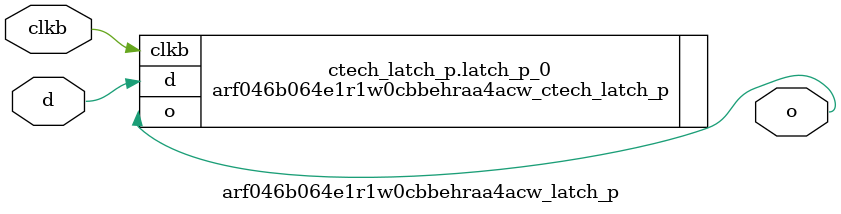
<source format=sv>

`ifndef ARF046B064E1R1W0CBBEHRAA4ACW_LATCH_P_SV
`define ARF046B064E1R1W0CBBEHRAA4ACW_LATCH_P_SV

module arf046b064e1r1w0cbbehraa4acw_latch_p #
(
  parameter CTECH = 1
)
(
  output logic o,
  input  logic d,
  input  logic clkb
);

  if (CTECH == 1) begin: ctech_latch_p
    arf046b064e1r1w0cbbehraa4acw_ctech_latch_p latch_p_0 (.o(o),.d(d),.clkb(clkb));
  end
  else begin
    always_latch begin
      if (~clkb) begin
        o <= d;
      end
    end
  end

endmodule // arf046b064e1r1w0cbbehraa4acw_latch_p

`endif // ARF046B064E1R1W0CBBEHRAA4ACW_LATCH_P_SV
</source>
